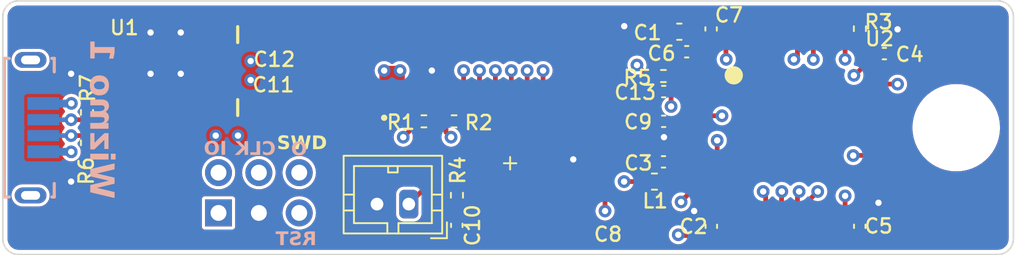
<source format=kicad_pcb>
(kicad_pcb (version 20221018) (generator pcbnew)
  (layers (0 "F.Cu" signal) (1 "In1.Cu" power) (2 "In2.Cu" power) (31 "B.Cu" signal) (34 "B.Paste" user) (35 "F.Paste" user) (36 "B.SilkS" user "B.Silkscreen") (37 "F.SilkS" user "F.Silkscreen") (38 "B.Mask" user) (39 "F.Mask" user) (44 "Edge.Cuts" user))
  (net 0 "")
  (net 1 "VDD")
  (net 2 "Earth")
  (net 3 "VBUS")
  (net 4 "SWDIO")
  (net 5 "SWCLK")
  (net 6 "RESET")
  (net 7 "SWO")
  (net 8 "Net-(J1-Pin_1)")
  (net 9 "Net-(C10-Pad1)")
  (net 10 "BTN")
  (net 11 "IN")
  (net 12 "EFF1")
  (net 13 "EFF2")
  (net 14 "EFF3")
  (net 15 "Net-(J5-CC1)")
  (net 16 "Net-(J5-CC2)")
  (net 18 "VOL")
  (net 19 "LED")
  (net 57 "Net-(U2-PC12)")
  (net 58 "Net-(U2-PA2)")
  (net 59 "Net-(U2-PA1)")
  (net 60 "Net-(U2-BOOT0)")
  (footprint "Capacitor_SMD:CP_Elec_6.3x7.7" (layer "F.Cu") (at 213.9 103.78)
    (fp_text reference "C8" (at 4.186599 2.945299) (layer "F.SilkS") (effects (font (size 0.9 0.9))))
    (fp_text value "270uF" hide)
    (fp_line (start -2.36765 -1.53575) (end -1.58015 -1.53575) (stroke (width 0.12)) (layer "F.SilkS"))
    (fp_line (start -1.9739 -1.9295) (end -1.9739 -1.142) (stroke (width 0.12)) (layer "F.SilkS"))
    (pad "1" smd roundrect (at -2.7 0) (size 3.5 1.6) (layers "F.Cu" "F.Paste" "F.Mask") (roundrect_rratio 0.15625) (net 8 "Net-(J1-Pin_1)"))
    (pad "2" smd roundrect (at 2.7 0) (size 3.5 1.6) (layers "F.Cu" "F.Paste" "F.Mask") (roundrect_rratio 0.15625) (net 58 "Net-(U2-PA2)"))
  )
  (footprint "Resistor_SMD:R_0402_1005Metric" (layer "F.Cu") (at 206.5 99.6 180)
    (fp_text reference "R1" (at 1.44772 -0.06519) (layer "F.SilkS") (effects (font (size 0.9 0.9))))
    (fp_text value "150R" hide)
    (fp_line (start -0.153641 -0.38) (end 0.153641 -0.38) (stroke (width 0.12)) (layer "F.SilkS"))
    (fp_line (start -0.153641 0.38) (end 0.153641 0.38) (stroke (width 0.12)) (layer "F.SilkS"))
    (pad "1" smd roundrect (at -0.51 0 180) (size 0.54 0.64) (layers "F.Cu" "F.Paste" "F.Mask") (net 11 "IN"))
    (pad "2" smd roundrect (at 0.51 0 180) (size 0.54 0.64) (layers "F.Cu" "F.Paste" "F.Mask") (net 1 "VDD"))
  )
  (footprint "Capacitor_SMD:C_0402_1005Metric" (layer "F.Cu") (at 235.478174 95.33)
    (fp_text reference "C4" (at 1.592658 0.051051) (layer "F.SilkS") (effects (font (size 0.9 0.9))))
    (fp_text value "100nF" hide)
    (fp_line (start -0.107836 -0.36) (end 0.107836 -0.36) (stroke (width 0.12)) (layer "F.SilkS"))
    (fp_line (start -0.107836 0.36) (end 0.107836 0.36) (stroke (width 0.12)) (layer "F.SilkS"))
    (pad "1" smd roundrect (at -0.48 0) (size 0.56 0.62) (layers "F.Cu" "F.Paste" "F.Mask") (net 1 "VDD"))
    (pad "2" smd roundrect (at 0.48 0) (size 0.56 0.62) (layers "F.Cu" "F.Paste" "F.Mask") (net 2 "Earth"))
  )
  (footprint "Capacitor_SMD:C_0402_1005Metric" (layer "F.Cu") (at 221.588174 99.6)
    (fp_text reference "C9" (at -1.60751 0.039987) (layer "F.SilkS") (effects (font (size 0.9 0.9))))
    (fp_text value "100nF" hide)
    (fp_line (start -0.107836 -0.36) (end 0.107836 -0.36) (stroke (width 0.12)) (layer "F.SilkS"))
    (fp_line (start -0.107836 0.36) (end 0.107836 0.36) (stroke (width 0.12)) (layer "F.SilkS"))
    (pad "1" smd roundrect (at -0.48 0) (size 0.56 0.62) (layers "F.Cu" "F.Paste" "F.Mask") (net 2 "Earth"))
    (pad "2" smd roundrect (at 0.48 0) (size 0.56 0.62) (layers "F.Cu" "F.Paste" "F.Mask") (net 6 "RESET"))
  )
  (footprint "Package_QFP:LQFP-64_10x10mm_P0.5mm" (layer "F.Cu") (at 229.258174 100)
    (fp_text reference "U2" (at 5.917775 -5.604289) (layer "F.SilkS") (effects (font (size 0.9 0.9))))
    (fp_text value "STM32F303RETx" hide)
    (pad "1" smd roundrect (at -5.675 -3.75) (size 1.55 0.3) (layers "F.Cu" "F.Paste" "F.Mask") (net 1 "VDD"))
    (pad "2" smd roundrect (at -5.675 -3.25) (size 1.55 0.3) (layers "F.Cu" "F.Paste" "F.Mask") (net 10 "BTN"))
    (pad "3" smd roundrect (at -5.675 -2.75) (size 1.55 0.3) (layers "F.Cu" "F.Paste" "F.Mask"))
    (pad "4" smd roundrect (at -5.675 -2.25) (size 1.55 0.3) (layers "F.Cu" "F.Paste" "F.Mask"))
    (pad "5" smd roundrect (at -5.675 -1.75) (size 1.55 0.3) (layers "F.Cu" "F.Paste" "F.Mask"))
    (pad "6" smd roundrect (at -5.675 -1.25) (size 1.55 0.3) (layers "F.Cu" "F.Paste" "F.Mask"))
    (pad "7" smd roundrect (at -5.675 -0.75) (size 1.55 0.3) (layers "F.Cu" "F.Paste" "F.Mask") (net 6 "RESET"))
    (pad "8" smd roundrect (at -5.675 -0.25) (size 1.55 0.3) (layers "F.Cu" "F.Paste" "F.Mask"))
    (pad "9" smd roundrect (at -5.675 0.25) (size 1.55 0.3) (layers "F.Cu" "F.Paste" "F.Mask"))
    (pad "10" smd roundrect (at -5.675 0.75) (size 1.55 0.3) (layers "F.Cu" "F.Paste" "F.Mask"))
    (pad "11" smd roundrect (at -5.675 1.25) (size 1.55 0.3) (layers "F.Cu" "F.Paste" "F.Mask"))
    (pad "12" smd roundrect (at -5.675 1.75) (size 1.55 0.3) (layers "F.Cu" "F.Paste" "F.Mask") (net 2 "Earth"))
    (pad "13" smd roundrect (at -5.675 2.25) (size 1.55 0.3) (layers "F.Cu" "F.Paste" "F.Mask") (net 1 "VDD"))
    (pad "14" smd roundrect (at -5.675 2.75) (size 1.55 0.3) (layers "F.Cu" "F.Paste" "F.Mask") (net 11 "IN"))
    (pad "15" smd roundrect (at -5.675 3.25) (size 1.55 0.3) (layers "F.Cu" "F.Paste" "F.Mask") (net 59 "Net-(U2-PA1)"))
    (pad "16" smd roundrect (at -5.675 3.75) (size 1.55 0.3) (layers "F.Cu" "F.Paste" "F.Mask") (net 58 "Net-(U2-PA2)"))
    (pad "17" smd roundrect (at -3.75 5.675) (size 0.3 1.55) (layers "F.Cu" "F.Paste" "F.Mask"))
    (pad "18" smd roundrect (at -3.25 5.675) (size 0.3 1.55) (layers "F.Cu" "F.Paste" "F.Mask") (net 2 "Earth"))
    (pad "19" smd roundrect (at -2.75 5.675) (size 0.3 1.55) (layers "F.Cu" "F.Paste" "F.Mask") (net 1 "VDD"))
    (pad "20" smd roundrect (at -2.25 5.675) (size 0.3 1.55) (layers "F.Cu" "F.Paste" "F.Mask") (net 59 "Net-(U2-PA1)"))
    (pad "21" smd roundrect (at -1.75 5.675) (size 0.3 1.55) (layers "F.Cu" "F.Paste" "F.Mask"))
    (pad "22" smd roundrect (at -1.25 5.675) (size 0.3 1.55) (layers "F.Cu" "F.Paste" "F.Mask") (net 12 "EFF1"))
    (pad "23" smd roundrect (at -0.75 5.675) (size 0.3 1.55) (layers "F.Cu" "F.Paste" "F.Mask"))
    (pad "24" smd roundrect (at -0.25 5.675) (size 0.3 1.55) (layers "F.Cu" "F.Paste" "F.Mask") (net 13 "EFF2"))
    (pad "25" smd roundrect (at 0.25 5.675) (size 0.3 1.55) (layers "F.Cu" "F.Paste" "F.Mask"))
    (pad "26" smd roundrect (at 0.75 5.675) (size 0.3 1.55) (layers "F.Cu" "F.Paste" "F.Mask") (net 14 "EFF3"))
    (pad "27" smd roundrect (at 1.25 5.675) (size 0.3 1.55) (layers "F.Cu" "F.Paste" "F.Mask") (net 18 "VOL"))
    (pad "28" smd roundrect (at 1.75 5.675) (size 0.3 1.55) (layers "F.Cu" "F.Paste" "F.Mask"))
    (pad "29" smd roundrect (at 2.25 5.675) (size 0.3 1.55) (layers "F.Cu" "F.Paste" "F.Mask"))
    (pad "30" smd roundrect (at 2.75 5.675) (size 0.3 1.55) (layers "F.Cu" "F.Paste" "F.Mask"))
    (pad "31" smd roundrect (at 3.25 5.675) (size 0.3 1.55) (layers "F.Cu" "F.Paste" "F.Mask") (net 2 "Earth"))
    (pad "32" smd roundrect (at 3.75 5.675) (size 0.3 1.55) (layers "F.Cu" "F.Paste" "F.Mask") (net 1 "VDD"))
    (pad "33" smd roundrect (at 5.675 3.75) (size 1.55 0.3) (layers "F.Cu" "F.Paste" "F.Mask"))
    (pad "34" smd roundrect (at 5.675 3.25) (size 1.55 0.3) (layers "F.Cu" "F.Paste" "F.Mask"))
    (pad "35" smd roundrect (at 5.675 2.75) (size 1.55 0.3) (layers "F.Cu" "F.Paste" "F.Mask"))
    (pad "36" smd roundrect (at 5.675 2.25) (size 1.55 0.3) (layers "F.Cu" "F.Paste" "F.Mask"))
    (pad "37" smd roundrect (at 5.675 1.75) (size 1.55 0.3) (layers "F.Cu" "F.Paste" "F.Mask") (net 19 "LED"))
    (pad "38" smd roundrect (at 5.675 1.25) (size 1.55 0.3) (layers "F.Cu" "F.Paste" "F.Mask"))
    (pad "39" smd roundrect (at 5.675 0.75) (size 1.55 0.3) (layers "F.Cu" "F.Paste" "F.Mask"))
    (pad "40" smd roundrect (at 5.675 0.25) (size 1.55 0.3) (layers "F.Cu" "F.Paste" "F.Mask"))
    (pad "41" smd roundrect (at 5.675 -0.25) (size 1.55 0.3) (layers "F.Cu" "F.Paste" "F.Mask"))
    (pad "42" smd roundrect (at 5.675 -0.75) (size 1.55 0.3) (layers "F.Cu" "F.Paste" "F.Mask"))
    (pad "43" smd roundrect (at 5.675 -1.25) (size 1.55 0.3) (layers "F.Cu" "F.Paste" "F.Mask"))
    (pad "44" smd roundrect (at 5.675 -1.75) (size 1.55 0.3) (layers "F.Cu" "F.Paste" "F.Mask"))
    (pad "45" smd roundrect (at 5.675 -2.25) (size 1.55 0.3) (layers "F.Cu" "F.Paste" "F.Mask"))
    (pad "46" smd roundrect (at 5.675 -2.75) (size 1.55 0.3) (layers "F.Cu" "F.Paste" "F.Mask") (net 4 "SWDIO"))
    (pad "47" smd roundrect (at 5.675 -3.25) (size 1.55 0.3) (layers "F.Cu" "F.Paste" "F.Mask") (net 2 "Earth"))
    (pad "48" smd roundrect (at 5.675 -3.75) (size 1.55 0.3) (layers "F.Cu" "F.Paste" "F.Mask") (net 1 "VDD"))
    (pad "49" smd roundrect (at 3.75 -5.675) (size 0.3 1.55) (layers "F.Cu" "F.Paste" "F.Mask") (net 5 "SWCLK"))
    (pad "50" smd roundrect (at 3.25 -5.675) (size 0.3 1.55) (layers "F.Cu" "F.Paste" "F.Mask"))
    (pad "51" smd roundrect (at 2.75 -5.675) (size 0.3 1.55) (layers "F.Cu" "F.Paste" "F.Mask"))
    (pad "52" smd roundrect (at 2.25 -5.675) (size 0.3 1.55) (layers "F.Cu" "F.Paste" "F.Mask"))
    (pad "53" smd roundrect (at 1.75 -5.675) (size 0.3 1.55) (layers "F.Cu" "F.Paste" "F.Mask") (net 57 "Net-(U2-PC12)"))
    (pad "54" smd roundrect (at 1.25 -5.675) (size 0.3 1.55) (layers "F.Cu" "F.Paste" "F.Mask"))
    (pad "55" smd roundrect (at 0.75 -5.675) (size 0.3 1.55) (layers "F.Cu" "F.Paste" "F.Mask") (net 7 "SWO"))
    (pad "56" smd roundrect (at 0.25 -5.675) (size 0.3 1.55) (layers "F.Cu" "F.Paste" "F.Mask"))
    (pad "57" smd roundrect (at -0.25 -5.675) (size 0.3 1.55) (layers "F.Cu" "F.Paste" "F.Mask"))
    (pad "58" smd roundrect (at -0.75 -5.675) (size 0.3 1.55) (layers "F.Cu" "F.Paste" "F.Mask"))
    (pad "59" smd roundrect (at -1.25 -5.675) (size 0.3 1.55) (layers "F.Cu" "F.Paste" "F.Mask"))
    (pad "60" smd roundrect (at -1.75 -5.675) (size 0.3 1.55) (layers "F.Cu" "F.Paste" "F.Mask") (net 60 "Net-(U2-BOOT0)"))
    (pad "61" smd roundrect (at -2.25 -5.675) (size 0.3 1.55) (layers "F.Cu" "F.Paste" "F.Mask"))
    (pad "62" smd roundrect (at -2.75 -5.675) (size 0.3 1.55) (layers "F.Cu" "F.Paste" "F.Mask"))
    (pad "63" smd roundrect (at -3.25 -5.675) (size 0.3 1.55) (layers "F.Cu" "F.Paste" "F.Mask") (net 2 "Earth"))
    (pad "64" smd roundrect (at -3.75 -5.675) (size 0.3 1.55) (layers "F.Cu" "F.Paste" "F.Mask") (net 1 "VDD"))
  )
  (footprint "Capacitor_SMD:C_0402_1005Metric" (layer "F.Cu") (at 208.57 106.16 -90)
    (fp_text reference "C10" (at -0.001676 -0.989013 90) (layer "F.SilkS") (effects (font (size 0.9 0.9))))
    (fp_text value "1uF" hide)
    (fp_line (start -0.107836 -0.36) (end 0.107836 -0.36) (stroke (width 0.12)) (layer "F.SilkS"))
    (fp_line (start -0.107836 0.36) (end 0.107836 0.36) (stroke (width 0.12)) (layer "F.SilkS"))
    (pad "1" smd roundrect (at -0.48 0 270) (size 0.56 0.62) (layers "F.Cu" "F.Paste" "F.Mask") (net 9 "Net-(C10-Pad1)"))
    (pad "2" smd roundrect (at 0.48 0 270) (size 0.56 0.62) (layers "F.Cu" "F.Paste" "F.Mask") (net 2 "Earth"))
  )
  (footprint "Capacitor_Tantalum_SMD:CP_EIA-3216-18_Kemet-A" (layer "F.Cu") (at 197.083759 98.730646)
    (fp_text reference "C11" (at -0.056106 -1.430048) (layer "F.SilkS") (effects (font (size 0.9 0.9))))
    (fp_text value "10uF" hide)
    (fp_line (start -2.3 -0.5) (end -2.3 0.5) (stroke (width 0.2)) (layer "F.SilkS"))
    (pad "1" smd roundrect (at -1.35 0) (size 1.4 1.35) (layers "F.Cu" "F.Paste" "F.Mask") (roundrect_rratio 0.1851851852) (net 3 "VBUS"))
    (pad "2" smd roundrect (at 1.35 0) (size 1.4 1.35) (layers "F.Cu" "F.Paste" "F.Mask") (roundrect_rratio 0.1851851852) (net 2 "Earth"))
  )
  (footprint "Capacitor_SMD:C_0603_1608Metric" (layer "F.Cu") (at 222.575406 93.949407 180)
    (fp_text reference "C1" (at 2.00304 -0.063698) (layer "F.SilkS") (effects (font (size 0.9 0.9))))
    (fp_text value "4.7uF" hide)
    (fp_line (start -0.14058 -0.51) (end 0.14058 -0.51) (stroke (width 0.12)) (layer "F.SilkS"))
    (fp_line (start -0.14058 0.51) (end 0.14058 0.51) (stroke (width 0.12)) (layer "F.SilkS"))
    (pad "1" smd roundrect (at -0.775 0 180) (size 0.9 0.95) (layers "F.Cu" "F.Paste" "F.Mask") (net 1 "VDD"))
    (pad "2" smd roundrect (at 0.775 0 180) (size 0.9 0.95) (layers "F.Cu" "F.Paste" "F.Mask") (net 2 "Earth"))
  )
  (footprint "Capacitor_SMD:C_0402_1005Metric" (layer "F.Cu") (at 224.588174 106.22 90)
    (fp_text reference "C2" (at -0.013529 -1.121836 180) (layer "F.SilkS") (effects (font (size 0.9 0.9))))
    (fp_text value "100nF" hide)
    (fp_line (start -0.107836 -0.36) (end 0.107836 -0.36) (stroke (width 0.12)) (layer "F.SilkS"))
    (fp_line (start -0.107836 0.36) (end 0.107836 0.36) (stroke (width 0.12)) (layer "F.SilkS"))
    (pad "1" smd roundrect (at -0.48 0 90) (size 0.56 0.62) (layers "F.Cu" "F.Paste" "F.Mask") (net 1 "VDD"))
    (pad "2" smd roundrect (at 0.48 0 90) (size 0.56 0.62) (layers "F.Cu" "F.Paste" "F.Mask") (net 2 "Earth"))
  )
  (footprint "Capacitor_Tantalum_SMD:CP_EIA-3216-18_Kemet-A" (layer "F.Cu") (at 197.083841 94.132626)
    (fp_text reference "C12" (at 0.000345 1.56235) (layer "F.SilkS") (effects (font (size 0.9 0.9))))
    (fp_text value "22uF" hide)
    (fp_line (start -2.3 -0.5) (end -2.3 0.5) (stroke (width 0.2)) (layer "F.SilkS"))
    (pad "1" smd roundrect (at -1.35 0) (size 1.4 1.35) (layers "F.Cu" "F.Paste" "F.Mask") (roundrect_rratio 0.1851851852) (net 1 "VDD"))
    (pad "2" smd roundrect (at 1.35 0) (size 1.4 1.35) (layers "F.Cu" "F.Paste" "F.Mask") (roundrect_rratio 0.1851851852) (net 2 "Earth"))
  )
  (footprint "Resistor_SMD:R_0402_1005Metric" (layer "F.Cu") (at 208.4 99.6)
    (fp_text reference "R2" (at 1.549717 0.086276) (layer "F.SilkS") (effects (font (size 0.9 0.9))))
    (fp_text value "220R" hide)
    (fp_line (start -0.153641 -0.38) (end 0.153641 -0.38) (stroke (width 0.12)) (layer "F.SilkS"))
    (fp_line (start -0.153641 0.38) (end 0.153641 0.38) (stroke (width 0.12)) (layer "F.SilkS"))
    (pad "1" smd roundrect (at -0.51 0) (size 0.54 0.64) (layers "F.Cu" "F.Paste" "F.Mask") (net 11 "IN"))
    (pad "2" smd roundrect (at 0.51 0) (size 0.54 0.64) (layers "F.Cu" "F.Paste" "F.Mask") (net 2 "Earth"))
  )
  (footprint "Capacitor_SMD:C_0402_1005Metric" (layer "F.Cu") (at 223.03884 95.212663 180)
    (fp_text reference "C6" (at 1.582195 -0.105806) (layer "F.SilkS") (effects (font (size 0.9 0.9))))
    (fp_text value "10nF" hide)
    (fp_line (start -0.107836 -0.36) (end 0.107836 -0.36) (stroke (width 0.12)) (layer "F.SilkS"))
    (fp_line (start -0.107836 0.36) (end 0.107836 0.36) (stroke (width 0.12)) (layer "F.SilkS"))
    (pad "1" smd roundrect (at -0.48 0 180) (size 0.56 0.62) (layers "F.Cu" "F.Paste" "F.Mask") (net 1 "VDD"))
    (pad "2" smd roundrect (at 0.48 0 180) (size 0.56 0.62) (layers "F.Cu" "F.Paste" "F.Mask") (net 2 "Earth"))
  )
  (footprint "Package_TO_SOT_SMD:SOT-223-3_TabPin2" (layer "F.Cu") (at 190.237633 96.508246 180)
    (fp_text reference "U1" (at 2.589502 2.813022) (layer "F.SilkS") (effects (font (size 0.9 0.9))))
    (fp_text value "AZ1117-3.3" hide)
    (pad "1" smd rect (at -3.15 -2.3 180) (size 2 1.5) (layers "F.Cu" "F.Paste" "F.Mask") (net 3 "VBUS"))
    (pad "2" smd rect (at -3.15 0 180) (size 2 1.5) (layers "F.Cu" "F.Paste" "F.Mask") (net 2 "Earth"))
    (pad "2" smd rect (at 3.15 0 180) (size 2 3.8) (layers "F.Cu" "F.Paste" "F.Mask") (net 2 "Earth"))
    (pad "3" smd rect (at -3.15 2.3 180) (size 2 1.5) (layers "F.Cu" "F.Paste" "F.Mask") (net 1 "VDD"))
  )
  (footprint "Custom:TE_1-1734248-2" (layer "F.Cu") (at 209.5 96.125 180)
    (fp_text reference "J3" hide)
    (fp_text value "TE_Conn_1-1734248-2" hide)
    (fp_circle (center 5.5 -3.25) (end 5.6 -3.25) (stroke (width 0.2)) (fill none) (layer "F.SilkS"))
    (pad "1" smd rect (at 5.5 -1.875 90) (size 1.85 0.6) (layers "F.Cu" "F.Paste" "F.Mask") (net 1 "VDD"))
    (pad "1:1" smd rect (at 5.5 1.875 90) (size 1.65 0.6) (layers "F.Cu" "F.Paste" "F.Mask"))
    (pad "1:2" smd rect (at 4.5 1.875 90) (size 1.65 0.6) (layers "F.Cu" "F.Paste" "F.Mask"))
    (pad "1:3" smd rect (at 3.5 1.875 90) (size 1.65 0.6) (layers "F.Cu" "F.Paste" "F.Mask"))
    (pad "1:4" smd rect (at 2.5 1.875 90) (size 1.65 0.6) (layers "F.Cu" "F.Paste" "F.Mask"))
    (pad "1:5" smd rect (at 1.5 1.875 90) (size 1.65 0.6) (layers "F.Cu" "F.Paste" "F.Mask"))
    (pad "1:6" smd rect (at 0.5 1.875 90) (size 1.65 0.6) (layers "F.Cu" "F.Paste" "F.Mask"))
    (pad "1:7" smd rect (at -0.5 1.875 90) (size 1.65 0.6) (layers "F.Cu" "F.Paste" "F.Mask"))
    (pad "1:8" smd rect (at -1.5 1.875 90) (size 1.65 0.6) (layers "F.Cu" "F.Paste" "F.Mask"))
    (pad "1:9" smd rect (at -2.5 1.875 90) (size 1.65 0.6) (layers "F.Cu" "F.Paste" "F.Mask"))
    (pad "1:10" smd rect (at -3.5 1.875 90) (size 1.65 0.6) (layers "F.Cu" "F.Paste" "F.Mask"))
    (pad "1:11" smd rect (at -4.5 1.875 90) (size 1.65 0.6) (layers "F.Cu" "F.Paste" "F.Mask"))
    (pad "1:12" smd rect (at -5.5 1.875 90) (size 1.65 0.6) (layers "F.Cu" "F.Paste" "F.Mask"))
    (pad "2" smd rect (at 4.5 -1.875 90) (size 1.85 0.6) (layers "F.Cu" "F.Paste" "F.Mask") (net 1 "VDD"))
    (pad "3" smd rect (at 3.5 -1.875 90) (size 1.85 0.6) (layers "F.Cu" "F.Paste" "F.Mask") (net 2 "Earth"))
    (pad "4" smd rect (at 2.5 -1.875 90) (size 1.85 0.6) (layers "F.Cu" "F.Paste" "F.Mask") (net 11 "IN"))
    (pad "5" smd rect (at 1.5 -1.875 90) (size 1.85 0.6) (layers "F.Cu" "F.Paste" "F.Mask") (net 2 "Earth"))
    (pad "6" smd rect (at 0.5 -1.875 90) (size 1.85 0.6) (layers "F.Cu" "F.Paste" "F.Mask") (net 10 "BTN"))
    (pad "7" smd rect (at -0.5 -1.875 270) (size 1.85 0.6) (layers "F.Cu" "F.Paste" "F.Mask") (net 12 "EFF1"))
    (pad "8" smd rect (at -1.5 -1.875 270) (size 1.85 0.6) (layers "F.Cu" "F.Paste" "F.Mask") (net 13 "EFF2"))
    (pad "9" smd rect (at -2.5 -1.875 270) (size 1.85 0.6) (layers "F.Cu" "F.Paste" "F.Mask") (net 14 "EFF3"))
    (pad "10" smd rect (at -3.5 -1.875 270) (size 1.85 0.6) (layers "F.Cu" "F.Paste" "F.Mask") (net 18 "VOL"))
    (pad "11" smd rect (at -4.5 -1.875 270) (size 1.85 0.6) (layers "F.Cu" "F.Paste" "F.Mask") (net 19 "LED"))
    (pad "12" smd rect (at -5.5 -1.875 270) (size 1.85 0.6) (layers "F.Cu" "F.Paste" "F.Mask") (net 2 "Earth"))
  )
  (footprint "Capacitor_SMD:C_0402_1005Metric" (layer "F.Cu") (at 221.592366 97.725228)
    (fp_text reference "C13" (at -1.796207 0.051138) (layer "F.SilkS") (effects (font (size 0.9 0.9))))
    (fp_text value "10nF" hide)
    (fp_line (start -0.107836 -0.36) (end 0.107836 -0.36) (stroke (width 0.12)) (layer "F.SilkS"))
    (fp_line (start -0.107836 0.36) (end 0.107836 0.36) (stroke (width 0.12)) (layer "F.SilkS"))
    (pad "1" smd roundrect (at -0.48 0) (size 0.56 0.62) (layers "F.Cu" "F.Paste" "F.Mask") (net 2 "Earth"))
    (pad "2" smd roundrect (at 0.48 0) (size 0.56 0.62) (layers "F.Cu" "F.Paste" "F.Mask") (net 10 "BTN"))
  )
  (footprint "Resistor_SMD:R_0402_1005Metric" (layer "F.Cu") (at 233.938174 93.76 90)
    (fp_text reference "R3" (at 0.428465 1.175394 180) (layer "F.SilkS") (effects (font (size 0.9 0.9))))
    (fp_text value "0R")
    (fp_line (start -0.153641 -0.38) (end 0.153641 -0.38) (stroke (width 0.12)) (layer "F.SilkS"))
    (fp_line (start -0.153641 0.38) (end 0.153641 0.38) (stroke (width 0.12)) (layer "F.SilkS"))
    (pad "1" smd roundrect (at -0.51 0 90) (size 0.54 0.64) (layers "F.Cu" "F.Paste" "F.Mask") (net 2 "Earth"))
    (pad "2" smd roundrect (at 0.51 0 90) (size 0.54 0.64) (layers "F.Cu" "F.Paste" "F.Mask") (net 60 "Net-(U2-BOOT0)"))
  )
  (footprint "Connector_TE-Connectivity:TE_440054-2_1x02_P2.00mm_Vertical" (layer "F.Cu") (at 205.55 104.82 180)
    (fp_text reference "J1" hide)
    (fp_text value "Conn_01x02_Socket" hide)
    (fp_line (start -2.4 -2.15) (end -2.4 -1.15) (stroke (width 0.12)) (layer "F.SilkS"))
    (fp_line (start -2.4 -2.15) (end -1.4 -2.15) (stroke (width 0.12)) (layer "F.SilkS"))
    (fp_line (start -2.1 -0.4) (end -1.45 -0.4) (stroke (width 0.12)) (layer "F.SilkS"))
    (fp_line (start -2.1 0.6) (end -1.45 0.6) (stroke (width 0.12)) (layer "F.SilkS"))
    (fp_line (start -1.45 -1.2) (end 0.65 -1.2) (stroke (width 0.12)) (layer "F.SilkS"))
    (fp_line (start -1.45 2.4) (end -1.45 -1.2) (stroke (width 0.12)) (layer "F.SilkS"))
    (fp_line (start 0.65 -1.85) (end 0.65 -1.2) (stroke (width 0.12)) (layer "F.SilkS"))
    (fp_line (start 0.7 2) (end 1.3 2) (stroke (width 0.12)) (layer "F.SilkS"))
    (fp_line (start 0.7 2.4) (end 0.7 2) (stroke (width 0.12)) (layer "F.SilkS"))
    (fp_line (start 1.3 2) (end 1.3 2.4) (stroke (width 0.12)) (layer "F.SilkS"))
    (fp_line (start 1.35 -1.85) (end 1.35 -1.2) (stroke (width 0.12)) (layer "F.SilkS"))
    (fp_line (start 3.45 -1.2) (end 1.35 -1.2) (stroke (width 0.12)) (layer "F.SilkS"))
    (fp_line (start 3.45 -1.2) (end 3.45 2.4) (stroke (width 0.12)) (layer "F.SilkS"))
    (fp_line (start 3.45 -0.4) (end 4.1 -0.4) (stroke (width 0.12)) (layer "F.SilkS"))
    (fp_line (start 3.45 0.6) (end 4.1 0.6) (stroke (width 0.12)) (layer "F.SilkS"))
    (fp_line (start 3.45 2.4) (end -1.45 2.4) (stroke (width 0.12)) (layer "F.SilkS"))
    (fp_rect (start -2.1 -1.85) (end 4.1 3.05) (stroke (width 0.12)) (fill none) (layer "F.SilkS"))
    (pad "1" thru_hole roundrect (at 0 0 180) (size 1.2 1.8) (drill 0.8) (layers "*.Cu" "*.Mask") (net 8 "Net-(J1-Pin_1)"))
    (pad "2" thru_hole oval (at 2 0 180) (size 1.2 1.8) (drill 0.8) (layers "*.Cu" "*.Mask") (net 2 "Earth"))
  )
  (footprint "Capacitor_SMD:C_0402_1005Metric" (layer "F.Cu") (at 221.577232 102.15552 180)
    (fp_text reference "C3" (at 1.581908 -0.079165) (layer "F.SilkS") (effects (font (size 0.9 0.9))))
    (fp_text value "100nF" hide)
    (fp_line (start -0.107836 -0.36) (end 0.107836 -0.36) (stroke (width 0.12)) (layer "F.SilkS"))
    (fp_line (start -0.107836 0.36) (end 0.107836 0.36) (stroke (width 0.12)) (layer "F.SilkS"))
    (pad "1" smd roundrect (at -0.48 0 180) (size 0.56 0.62) (layers "F.Cu" "F.Paste" "F.Mask") (net 1 "VDD"))
    (pad "2" smd roundrect (at 0.48 0 180) (size 0.56 0.62) (layers "F.Cu" "F.Paste" "F.Mask") (net 2 "Earth"))
  )
  (footprint "Resistor_SMD:R_0402_1005Metric" (layer "F.Cu") (at 208.58 104.26 -90)
    (fp_text reference "R4" (at -1.575629 -0.056837 -90) (layer "F.SilkS") (effects (font (size 0.9 0.9))))
    (fp_text value "10R" hide)
    (fp_line (start -0.153641 -0.38) (end 0.153641 -0.38) (stroke (width 0.12)) (layer "F.SilkS"))
    (fp_line (start -0.153641 0.38) (end 0.153641 0.38) (stroke (width 0.12)) (layer "F.SilkS"))
    (pad "1" smd roundrect (at -0.51 0 270) (size 0.54 0.64) (layers "F.Cu" "F.Paste" "F.Mask") (net 8 "Net-(J1-Pin_1)"))
    (pad "2" smd roundrect (at 0.51 0 270) (size 0.54 0.64) (layers "F.Cu" "F.Paste" "F.Mask") (net 9 "Net-(C10-Pad1)"))
  )
  (footprint "Resistor_SMD:R_0402_1005Metric" (layer "F.Cu") (at 185.299999 99.039041 90)
    (fp_text reference "R7" (at 1.531628 0.040493 90) (layer "F.SilkS") (effects (font (size 0.9 0.9))))
    (fp_text value "5K1" hide)
    (fp_line (start -0.153641 -0.38) (end 0.153641 -0.38) (stroke (width 0.12)) (layer "F.SilkS"))
    (fp_line (start -0.153641 0.38) (end 0.153641 0.38) (stroke (width 0.12)) (layer "F.SilkS"))
    (pad "1" smd roundrect (at -0.51 0 90) (size 0.54 0.64) (layers "F.Cu" "F.Paste" "F.Mask") (net 15 "Net-(J5-CC1)"))
    (pad "2" smd roundrect (at 0.51 0 90) (size 0.54 0.64) (layers "F.Cu" "F.Paste" "F.Mask") (net 2 "Earth"))
  )
  (footprint "Resistor_SMD:R_0402_1005Metric" (layer "F.Cu") (at 185.299124 100.955033 -90)
    (fp_text reference "R6" (at 1.773643 0.043424 90) (layer "F.SilkS") (effects (font (size 0.9 0.9))))
    (fp_text value "5K1" hide)
    (fp_line (start -0.153641 -0.38) (end 0.153641 -0.38) (stroke (width 0.12)) (layer "F.SilkS"))
    (fp_line (start -0.153641 0.38) (end 0.153641 0.38) (stroke (width 0.12)) (layer "F.SilkS"))
    (pad "1" smd roundrect (at -0.51 0 270) (size 0.54 0.64) (layers "F.Cu" "F.Paste" "F.Mask") (net 16 "Net-(J5-CC2)"))
    (pad "2" smd roundrect (at 0.51 0 270) (size 0.54 0.64) (layers "F.Cu" "F.Paste" "F.Mask") (net 2 "Earth"))
  )
  (footprint "Capacitor_SMD:C_0402_1005Metric" (layer "F.Cu") (at 233.928174 106.22 -90)
    (fp_text reference "C5" (at -0.013945 -1.187188 -180) (layer "F.SilkS") (effects (font (size 0.9 0.9))))
    (fp_text value "100nF" hide)
    (fp_line (start -0.107836 -0.36) (end 0.107836 -0.36) (stroke (width 0.12)) (layer "F.SilkS"))
    (fp_line (start -0.107836 0.36) (end 0.107836 0.36) (stroke (width 0.12)) (layer "F.SilkS"))
    (pad "1" smd roundrect (at -0.48 0 270) (size 0.56 0.62) (layers "F.Cu" "F.Paste" "F.Mask") (net 1 "VDD"))
    (pad "2" smd roundrect (at 0.48 0 270) (size 0.56 0.62) (layers "F.Cu" "F.Paste" "F.Mask") (net 2 "Earth"))
  )
  (footprint "MountingHole:MountingHole_4mm" (layer "F.Cu") (at 240 100)
    (fp_text reference "H1" hide)
    (fp_text value "MountingHole" hide)
    (pad "" np_thru_hole circle (at 0 0) (size 5 5) (drill 5) (layers "F&B.Cu" "*.Mask"))
  )
  (footprint "Resistor_SMD:R_0402_1005Metric" (layer "F.Cu") (at 221.572366 96.745228 180)
    (fp_text reference "R5" (at 1.631628 -0.097569) (layer "F.SilkS") (effects (font (size 0.9 0.9))))
    (fp_text value "4K7" hide)
    (fp_line (start -0.153641 -0.38) (end 0.153641 -0.38) (stroke (width 0.12)) (layer "F.SilkS"))
    (fp_line (start -0.153641 0.38) (end 0.153641 0.38) (stroke (width 0.12)) (layer "F.SilkS"))
    (pad "1" smd roundrect (at -0.51 0 180) (size 0.54 0.64) (layers "F.Cu" "F.Paste" "F.Mask") (net 10 "BTN"))
    (pad "2" smd roundrect (at 0.51 0 180) (size 0.54 0.64) (layers "F.Cu" "F.Paste" "F.Mask") (net 57 "Net-(U2-PC12)"))
  )
  (footprint "Capacitor_SMD:C_0402_1005Metric" (layer "F.Cu") (at 224.574487 93.773674 90)
    (fp_text reference "C7" (at 0.872234 1.118275) (layer "F.SilkS") (effects (font (size 0.9 0.9))))
    (fp_text value "1uF" hide)
    (fp_line (start -0.107836 -0.36) (end 0.107836 -0.36) (stroke (width 0.12)) (layer "F.SilkS"))
    (fp_line (start -0.107836 0.36) (end 0.107836 0.36) (stroke (width 0.12)) (layer "F.SilkS"))
    (pad "1" smd roundrect (at -0.48 0 90) (size 0.56 0.62) (layers "F.Cu" "F.Paste" "F.Mask") (net 1 "VDD"))
    (pad "2" smd roundrect (at 0.48 0 90) (size 0.56 0.62) (layers "F.Cu" "F.Paste" "F.Mask") (net 2 "Earth"))
  )
  (footprint "Inductor_SMD:L_0603_1608Metric" (layer "F.Cu") (at 221.008174 103.4)
    (fp_text reference "L1" (at 0.044229 1.218089) (layer "F.SilkS") (effects (font (size 0.9 0.9))))
    (fp_text value "22uH" hide)
    (fp_line (start -0.162779 -0.51) (end 0.162779 -0.51) (stroke (width 0.12)) (layer "F.SilkS"))
    (fp_line (start -0.162779 0.51) (end 0.162779 0.51) (stroke (width 0.12)) (layer "F.SilkS"))
    (pad "1" smd roundrect (at -0.7875 0) (size 0.875 0.95) (layers "F.Cu" "F.Paste" "F.Mask") (net 11 "IN"))
    (pad "2" smd roundrect (at 0.7875 0) (size 0.875 0.95) (layers "F.Cu" "F.Paste" "F.Mask") (net 11 "IN"))
  )
  (footprint "Connector_PinHeader_2.54mm:PinHeader_2x03_P2.54mm_Vertical" (layer "F.Cu") (at 193.575 105.375 90)
    (fp_text reference "J4" hide)
    (fp_text value "SWD" hide)
    (pad "1" thru_hole rect (at 0 0 90) (size 1.7 1.7) (drill 1) (layers "*.Cu" "*.Mask") (net 1 "VDD"))
    (pad "2" thru_hole oval (at 2.54 0 90) (size 1.7 1.7) (drill 1) (layers "*.Cu" "*.Mask") (net 4 "SWDIO"))
    (pad "3" thru_hole oval (at 0 2.54 90) (size 1.7 1.7) (drill 1) (layers "*.Cu" "*.Mask") (net 2 "Earth"))
    (pad "4" thru_hole oval (at 2.54 2.54 90) (size 1.7 1.7) (drill 1) (layers "*.Cu" "*.Mask") (net 5 "SWCLK"))
    (pad "5" thru_hole oval (at 0 5.08 90) (size 1.7 1.7) (drill 1) (layers "*.Cu" "*.Mask") (net 6 "RESET"))
    (pad "6" thru_hole oval (at 2.54 5.08 90) (size 1.7 1.7) (drill 1) (layers "*.Cu" "*.Mask") (net 7 "SWO"))
  )
  (footprint "Custom:GCT_USB4130-GF-A_REVA" (layer "B.Cu") (at 181.75 100 -90)
    (fp_text reference "J5" hide)
    (fp_text value "USB-C" hide)
    (fp_line (start -4.37 -1.49) (end -3.52 -1.49) (stroke (width 0.2)) (layer "B.SilkS"))
    (fp_line (start -4.37 -1.35) (end -4.37 -1.49) (stroke (width 0.2)) (layer "B.SilkS"))
    (fp_line (start -4.37 1.35) (end -4.37 1.65) (stroke (width 0.2)) (layer "B.SilkS"))
    (fp_line (start -4.37 1.65) (end 4.37 1.65) (stroke (width 0.2)) (layer "B.SilkS"))
    (fp_line (start 3.52 -1.49) (end 4.37 -1.49) (stroke (width 0.2)) (layer "B.SilkS"))
    (fp_line (start 4.37 -1.49) (end 4.37 -1.35) (stroke (width 0.2)) (layer "B.SilkS"))
    (fp_line (start 4.37 1.65) (end 4.37 1.35) (stroke (width 0.2)) (layer "B.SilkS"))
    (pad "A5" smd rect (at -0.5 -0.8 270) (size 0.7 2) (layers "B.Cu" "B.Paste" "B.Mask") (net 15 "Net-(J5-CC1)"))
    (pad "A9" smd rect (at 1.52 -0.8 270) (size 0.8 2) (layers "B.Cu" "B.Paste" "B.Mask") (net 3 "VBUS"))
    (pad "A12" smd rect (at 2.75 -0.8 270) (size 0.9 2) (layers "B.Cu" "B.Paste" "B.Mask") (net 2 "Earth"))
    (pad "B5" smd rect (at 0.5 -0.8 270) (size 0.7 2) (layers "B.Cu" "B.Paste" "B.Mask") (net 16 "Net-(J5-CC2)"))
    (pad "B9" smd rect (at -1.52 -0.8 270) (size 0.8 2) (layers "B.Cu" "B.Paste" "B.Mask") (net 3 "VBUS"))
    (pad "B12" smd rect (at -2.75 -0.8 270) (size 0.9 2) (layers "B.Cu" "B.Paste" "B.Mask") (net 2 "Earth"))
    (pad "S1" thru_hole oval (at 4.27 0 270) (size 1 2) (drill oval 0.55 1.2) (layers "*.Cu" "*.Mask"))
    (pad "S2" thru_hole oval (at -4.27 0 270) (size 1 2) (drill oval 0.55 1.2) (layers "*.Cu" "*.Mask"))
  )
  (gr_circle (center 226 96.7) (end 226.5 96.7) (stroke (width 0.15)) (fill solid) (layer "F.SilkS"))
  (gr_line (start 180 93) (end 180 107) (stroke (width 0.1)) (layer "Edge.Cuts"))
  (gr_arc (start 243.6 107) (mid 243.307107 107.707107) (end 242.6 108) (stroke (width 0.1)) (layer "Edge.Cuts"))
  (gr_line (start 242.6 92) (end 181 92) (stroke (width 0.1)) (layer "Edge.Cuts"))
  (gr_arc (start 180 93) (mid 180.292893 92.292893) (end 181 92) (stroke (width 0.1)) (layer "Edge.Cuts"))
  (gr_arc (start 242.6 92) (mid 243.307107 92.292893) (end 243.6 93) (stroke (width 0.1)) (layer "Edge.Cuts"))
  (gr_arc (start 181 108) (mid 180.292893 107.707107) (end 180 107) (stroke (width 0.1)) (layer "Edge.Cuts"))
  (gr_line (start 243.6 107) (end 243.6 93) (stroke (width 0.1)) (layer "Edge.Cuts"))
  (gr_line (start 181 108) (end 242.6 108) (stroke (width 0.1)) (layer "Edge.Cuts"))
  (gr_text "Wizmo 1" (at 185.25 104.5 270) (layer "B.SilkS") (effects (font (size 1.5 1.5) (thickness 0.3) bold) (justify left bottom mirror)))
  (gr_text "CLK" (at 197.1771 101.863737) (layer "B.SilkS") (effects (font (size 0.85 0.85) (thickness 0.2125) bold) (justify left bottom mirror)))
  (gr_text "O" (at 199.15 101.879689) (layer "B.SilkS") (effects (font (size 0.85 0.85) (thickness 0.2125) bold) (justify left bottom mirror)))
  (gr_text "RST" (at 199.75 107.55) (layer "B.SilkS") (effects (font (size 0.85 0.85) (thickness 0.2125) bold) (justify left bottom mirror)))
  (gr_text "IO" (at 194.1 101.85) (layer "B.SilkS") (effects (font (size 0.85 0.85) (thickness 0.2125) bold) (justify left bottom mirror)))
  (gr_text "SWD" (at 197.25 101.5) (layer "F.SilkS") (effects (font (size 0.85 0.85) (thickness 0.2125) bold) (justify left bottom)))
  (segment (start 233.008174 104.3) (end 233.008174 105.675) (width 0.3) (layer "F.Cu") (net 1))
  (segment (start 222.508174 106.753211) (end 222.554963 106.8) (width 0.3) (layer "F.Cu") (net 1))
  (segment (start 233.558674 96.7) (end 233.607133 96.7) (width 0.3) (layer "F.Cu") (net 1))
  (segment (start 224.459215 102.25) (end 223.583174 102.25) (width 0.3) (layer "F.Cu") (net 1))
  (segment (start 224.688174 106.8) (end 224.588174 106.7) (width 0.3) (layer "F.Cu") (net 1))
  (segment (start 205.99 99.81) (end 205.2 100.6) (width 0.3) (layer "F.Cu") (net 1))
  (segment (start 234.933174 95.395) (end 234.998174 95.33) (width 0.3) (layer "F.Cu") (net 1))
  (segment (start 222.554963 106.8) (end 226.259215 106.8) (width 0.3) (layer "F.Cu") (net 1))
  (segment (start 233.607133 96.7) (end 234.057133 96.25) (width 0.3) (layer "F.Cu") (net 1))
  (segment (start 205.99 99.6) (end 205.99 99.81) (width 0.3) (layer "F.Cu") (net 1))
  (segment (start 224.957674 101.751541) (end 224.459215 102.25) (width 0.3) (layer "F.Cu") (net 1))
  (segment (start 234.057133 96.25) (end 234.933174 96.25) (width 0.3) (layer "F.Cu") (net 1))
  (segment (start 222.151712 102.25) (end 223.583174 102.25) (width 0.3) (layer "F.Cu") (net 1))
  (segment (start 234.933174 96.25) (end 234.933174 95.395) (width 0.3) (layer "F.Cu") (net 1))
  (segment (start 224.957674 100.8005) (end 224.957674 101.751541) (width 0.3) (layer "F.Cu") (net 1))
  (segment (start 233.008174 105.675) (end 233.863174 105.675) (width 0.3) (layer "F.Cu") (net 1))
  (segment (start 226.508174 105.675) (end 226.508174 106.551041) (width 0.3) (layer "F.Cu") (net 1))
  (segment (start 225.527727 95.691826) (end 225.508174 95.672273) (width 0.3) (layer "F.Cu") (net 1))
  (segment (start 222.057232 102.15552) (end 222.151712 102.25) (width 0.3) (layer "F.Cu") (net 1))
  (segment (start 233.863174 105.675) (end 233.928174 105.74) (width 0.3) (layer "F.Cu") (net 1))
  (segment (start 226.508174 106.551041) (end 226.259215 106.8) (width 0.3) (layer "F.Cu") (net 1))
  (segment (start 226.259215 106.8) (end 224.688174 106.8) (width 0.3) (layer "F.Cu") (net 1))
  (segment (start 225.508174 95.672273) (end 225.508174 94.325) (width 0.3) (layer "F.Cu") (net 1))
  (via (at 225.527727 95.691826) (size 0.8) (drill 0.4) (layers "F.Cu" "B.Cu") (net 1))
  (via (at 205 96.4) (size 0.8) (drill 0.4) (layers "F.Cu" "B.Cu") (net 1))
  (via (at 233.008174 104.3) (size 0.8) (drill 0.4) (layers "F.Cu" "B.Cu") (net 1))
  (via (at 233.558674 96.7) (size 0.8) (drill 0.4) (layers "F.Cu" "B.Cu") (net 1))
  (via (at 222.508174 106.753211) (size 0.8) (drill 0.4) (layers "F.Cu" "B.Cu") (net 1))
  (via (at 205.2 100.6) (size 0.8) (drill 0.4) (layers "F.Cu" "B.Cu") (net 1))
  (via (at 195.6 97) (size 0.8) (drill 0.4) (layers "F.Cu" "B.Cu") (net 1))
  (via (at 195.6 95.8) (size 0.8) (drill 0.4) (layers "F.Cu" "B.Cu") (net 1))
  (via (at 224.957674 100.8005) (size 0.8) (drill 0.4) (layers "F.Cu" "B.Cu") (net 1))
  (via (at 204 96.4) (size 0.8) (drill 0.4) (layers "F.Cu" "B.Cu") (net 1))
  (via (at 223.508174 105.254211) (size 0.8) (drill 0.4) (layers "F.Cu" "B.Cu") (net 2))
  (via (at 235.107113 104.735745) (size 0.8) (drill 0.4) (layers "F.Cu" "B.Cu") (net 2))
  (via (at 191.2 96.6) (size 0.8) (drill 0.4) (layers "F.Cu" "B.Cu") (net 2))
  (via (at 236.308174 93.8) (size 0.8) (drill 0.4) (layers "F.Cu" "B.Cu") (net 2))
  (via (at 215.9 102) (size 0.8) (drill 0.4) (layers "F.Cu" "B.Cu") (net 2))
  (via (at 189.3 96.6) (size 0.8) (drill 0.4) (layers "F.Cu" "B.Cu") (net 2))
  (via (at 184.3 103.4) (size 0.8) (drill 0.4) (layers "F.Cu" "B.Cu") (net 2))
  (via (at 191.2 94) (size 0.8) (drill 0.4) (layers "F.Cu" "B.Cu") (net 2))
  (via (at 189.3 94) (size 0.8) (drill 0.4) (layers "F.Cu" "B.Cu") (net 2))
  (via (at 184.3 96.6) (size 0.8) (drill 0.4) (layers "F.Cu" "B.Cu") (net 2))
  (via (at 207 96.4) (size 0.8) (drill 0.4) (layers "F.Cu" "B.Cu") (net 2))
  (via (at 221.608174 100.6) (size 0.8) (drill 0.4) (layers "F.Cu" "B.Cu") (net 2))
  (via (at 219.108174 93.6) (size 0.8) (drill 0.4) (layers "F.Cu" "B.Cu") (net 2))
  (via (at 193.4 100.5) (size 0.8) (drill 0.4) (layers "F.Cu" "B.Cu") (net 3))
  (via (at 184.307423 101.525007) (size 0.8) (drill 0.4) (layers "F.Cu" "B.Cu") (net 3))
  (via (at 194.8 100.5) (size 0.8) (drill 0.4) (layers "F.Cu" "B.Cu") (net 3))
  (via (at 184.315844 98.467928) (size 0.8) (drill 0.4) (layers "F.Cu" "B.Cu") (net 3))
  (segment (start 182.55 101.52) (end 184.302416 101.52) (width 0.5) (layer "B.Cu") (net 3))
  (segment (start 182.55 98.48) (end 184.303772 98.48) (width 0.5) (layer "B.Cu") (net 3))
  (segment (start 184.303772 98.48) (end 184.315844 98.467928) (width 0.5) (layer "B.Cu") (net 3))
  (segment (start 184.302416 101.52) (end 184.307423 101.525007) (width 0.5) (layer "B.Cu") (net 3))
  (segment (start 236.303174 97.25) (end 234.933174 97.25) (width 0.3) (layer "F.Cu") (net 4))
  (segment (start 236.308174 97.255) (end 236.303174 97.25) (width 0.3) (layer "F.Cu") (net 4))
  (via (at 236.308174 97.255) (size 0.8) (drill 0.4) (layers "F.Cu" "B.Cu") (net 4))
  (segment (start 233.008174 95.691826) (end 233.008174 94.325) (width 0.3) (layer "F.Cu") (net 5))
  (via (at 233.008174 95.691826) (size 0.8) (drill 0.4) (layers "F.Cu" "B.Cu") (net 5))
  (segment (start 225.258174 99.25) (end 223.583174 99.25) (width 0.3) (layer "F.Cu") (net 6))
  (segment (start 222.357133 99.6) (end 222.068174 99.6) (width 0.3) (layer "F.Cu") (net 6))
  (segment (start 222.707133 99.25) (end 222.357133 99.6) (width 0.3) (layer "F.Cu") (net 6))
  (segment (start 223.583174 99.25) (end 222.707133 99.25) (width 0.3) (layer "F.Cu") (net 6))
  (via (at 225.258174 99.25) (size 0.8) (drill 0.4) (layers "F.Cu" "B.Cu") (net 6))
  (segment (start 229.784107 95.691826) (end 230.008174 95.467759) (width 0.3) (layer "F.Cu") (net 7))
  (segment (start 230.008174 95.467759) (end 230.008174 94.325) (width 0.3) (layer "F.Cu") (net 7))
  (via (at 229.784107 95.691826) (size 0.8) (drill 0.4) (layers "F.Cu" "B.Cu") (net 7))
  (segment (start 208.58 103.75) (end 206.62 103.75) (width 0.3) (layer "F.Cu") (net 8))
  (segment (start 206.62 103.75) (end 205.55 104.82) (width 0.3) (layer "F.Cu") (net 8))
  (segment (start 211.2 103.78) (end 208.61 103.78) (width 0.3) (layer "F.Cu") (net 8))
  (segment (start 209.51 103.78) (end 209.48 103.75) (width 0.3) (layer "F.Cu") (net 8))
  (segment (start 208.58 104.77) (end 208.58 105.67) (width 0.3) (layer "F.Cu") (net 9))
  (segment (start 222.087138 96.75) (end 222.082366 96.745228) (width 0.3) (layer "F.Cu") (net 10))
  (segment (start 222.082366 96.745228) (end 222.082366 97.715228) (width 0.3) (layer "F.Cu") (net 10))
  (segment (start 222.082366 97.715228) (end 222.072366 97.725228) (width 0.3) (layer "F.Cu") (net 10))
  (segment (start 209 98) (end 209 96.4) (width 0.3) (layer "F.Cu") (net 10))
  (segment (start 222.055522 98.663444) (end 222.055522 97.785037) (width 0.3) (layer "F.Cu") (net 10))
  (segment (start 222.072366 97.768193) (end 222.072366 97.725228) (width 0.3) (layer "F.Cu") (net 10))
  (segment (start 222.055522 97.785037) (end 222.072366 97.768193) (width 0.3) (layer "F.Cu") (net 10))
  (segment (start 223.583174 96.75) (end 222.087138 96.75) (width 0.3) (layer "F.Cu") (net 10))
  (via (at 222.055522 98.663444) (size 0.8) (drill 0.4) (layers "F.Cu" "B.Cu") (net 10))
  (via (at 209 96.4) (size 0.8) (drill 0.4) (layers "F.Cu" "B.Cu") (net 10))
  (segment (start 207.89 100.278788) (end 207.89 99.6) (width 0.3) (layer "F.Cu") (net 11))
  (segment (start 222.008174 103.4) (end 222.658174 102.75) (width 0.3) (layer "F.Cu") (net 11))
  (segment (start 207 99.59) (end 207.01 99.6) (width 0.3) (layer "F.Cu") (net 11))
  (segment (start 219.1 103.4) (end 222.008174 103.4) (width 0.3) (layer "F.Cu") (net 11))
  (segment (start 222.658174 102.75) (end 223.583174 102.75) (width 0.3) (layer "F.Cu") (net 11))
  (segment (start 208.209801 100.598589) (end 207.89 100.278788) (width 0.3) (layer "F.Cu") (net 11))
  (segment (start 207.89 99.6) (end 207.01 99.6) (width 0.3) (layer "F.Cu") (net 11))
  (segment (start 207 98) (end 207 99.59) (width 0.3) (layer "F.Cu") (net 11))
  (via (at 208.209801 100.598589) (size 0.8) (drill 0.4) (layers "F.Cu" "B.Cu") (net 11))
  (via (at 219.1 103.4) (size 0.8) (drill 0.4) (layers "F.Cu" "B.Cu") (net 11))
  (segment (start 228.008174 104.180349) (end 227.851219 104.023394) (width 0.3) (layer "F.Cu") (net 12))
  (segment (start 210 96.4) (end 210 98) (width 0.3) (layer "F.Cu") (net 12))
  (segment (start 228.008174 105.675) (end 228.008174 104.180349) (width 0.3) (layer "F.Cu") (net 12))
  (via (at 210 96.4) (size 0.8) (drill 0.4) (layers "F.Cu" "B.Cu") (net 12))
  (via (at 227.851219 104.023394) (size 0.8) (drill 0.4) (layers "F.Cu" "B.Cu") (net 12))
  (segment (start 229.008174 105.675) (end 229.008174 104.043419) (width 0.3) (layer "F.Cu") (net 13))
  (segment (start 211 96.4) (end 211 98) (width 0.3) (layer "F.Cu") (net 13))
  (via (at 229.024042 104.024419) (size 0.8) (drill 0.4) (layers "F.Cu" "B.Cu") (net 13))
  (via (at 211 96.4) (size 0.8) (drill 0.4) (layers "F.Cu" "B.Cu") (net 13))
  (segment (start 212 96.4) (end 212 98) (width 0.3) (layer "F.Cu") (net 14))
  (segment (start 230.008174 105.675) (end 230.008174 104.064503) (width 0.3) (layer "F.Cu") (net 14))
  (via (at 212 96.4) (size 0.8) (drill 0.4) (layers "F.Cu" "B.Cu") (net 14))
  (via (at 230.113053 104.024249) (size 0.8) (drill 0.4) (layers "F.Cu" "B.Cu") (net 14))
  (segment (start 184.3 99.5) (end 185.250958 99.5) (width 0.3) (layer "F.Cu") (net 15))
  (segment (start 185.250958 99.5) (end 185.299999 99.549041) (width 0.3) (layer "F.Cu") (net 15))
  (via (at 184.3 99.5) (size 0.8) (drill 0.4) (layers "F.Cu" "B.Cu") (net 15))
  (segment (start 184.3 99.5) (end 182.55 99.5) (width 0.3) (layer "B.Cu") (net 15))
  (segment (start 184.3 100.499503) (end 185.244654 100.499503) (width 0.3) (layer "F.Cu") (net 16))
  (segment (start 185.244654 100.499503) (end 185.299124 100.445033) (width 0.3) (layer "F.Cu") (net 16))
  (via (at 184.3 100.499503) (size 0.8) (drill 0.4) (layers "F.Cu" "B.Cu") (net 16))
  (segment (start 184.3 100.499503) (end 182.550497 100.499503) (width 0.3) (layer "B.Cu") (net 16))
  (segment (start 182.550497 100.499503) (end 182.55 100.5) (width 0.3) (layer "B.Cu") (net 16))
  (segment (start 231.283177 104.023955) (end 230.508174 104.798959) (width 0.3) (layer "F.Cu") (net 18))
  (segment (start 213 96.4) (end 213 98) (width 0.3) (layer "F.Cu") (net 18))
  (segment (start 230.508174 104.798959) (end 230.508174 105.675) (width 0.3) (layer "F.Cu") (net 18))
  (via (at 231.283177 104.023955) (size 0.8) (drill 0.4) (layers "F.Cu" "B.Cu") (net 18))
  (via (at 213 96.4) (size 0.8) (drill 0.4) (layers "F.Cu" "B.Cu") (net 18))
  (segment (start 214 96.4) (end 214 98) (width 0.3) (layer "F.Cu") (net 19))
  (segment (start 233.524424 101.75) (end 233.516533 101.757891) (width 0.3) (layer "F.Cu") (net 19))
  (segment (start 234.933174 101.75) (end 233.524424 101.75) (width 0.3) (layer "F.Cu") (net 19))
  (via (at 233.516533 101.757891) (size 0.8) (drill 0.4) (layers "F.Cu" "B.Cu") (net 19))
  (via (at 214 96.4) (size 0.8) (drill 0.4) (layers "F.Cu" "B.Cu") (net 19))
  (segment (start 220.603902 96.745228) (end 221.062366 96.745228) (width 0.3) (layer "F.Cu") (net 57))
  (segment (start 231.008174 94.325) (end 231.008174 95.7) (width 0.3) (layer "F.Cu") (net 57))
  (segment (start 219.908174 96.0495) (end 220.603902 96.745228) (width 0.3) (layer "F.Cu") (net 57))
  (via (at 219.908174 96.0495) (size 0.8) (drill 0.4) (layers "F.Cu" "B.Cu") (net 57))
  (via (at 231.008174 95.7) (size 0.8) (drill 0.4) (layers "F.Cu" "B.Cu") (net 57))
  (segment (start 217.88 103.78) (end 217.5 103.78) (width 0.3) (layer "F.Cu") (net 58))
  (segment (start 217.9 105.254211) (end 217.9 103.8) (width 0.3) (layer "F.Cu") (net 58))
  (segment (start 222.686566 104.685031) (end 222.686566 104.646608) (width 0.3) (layer "F.Cu") (net 58))
  (segment (start 217.9 103.8) (end 217.88 103.78) (width 0.3) (layer "F.Cu") (net 58))
  (segment (start 222.686566 104.646608) (end 223.583174 103.75) (width 0.3) (layer "F.Cu") (net 58))
  (via (at 217.9 105.254211) (size 0.8) (drill 0.4) (layers "F.Cu" "B.Cu") (net 58))
  (via (at 222.686566 104.685031) (size 0.8) (drill 0.4) (layers "F.Cu" "B.Cu") (net 58))
  (segment (start 225.459215 103.25) (end 227.008174 104.798959) (width 0.3) (layer "F.Cu") (net 59))
  (segment (start 223.583174 103.25) (end 225.459215 103.25) (width 0.3) (layer "F.Cu") (net 59))
  (segment (start 227.008174 104.798959) (end 227.008174 105.675) (width 0.3) (layer "F.Cu") (net 59))
  (segment (start 227.508174 93.35) (end 227.658174 93.2) (width 0.3) (layer "F.Cu") (net 60))
  (segment (start 227.508174 94.325) (end 227.508174 93.35) (width 0.3) (layer "F.Cu") (net 60))
  (segment (start 227.658174 93.2) (end 233.888174 93.2) (width 0.3) (layer "F.Cu") (net 60))
  (segment (start 233.888174 93.2) (end 233.938174 93.25) (width 0.3) (layer "F.Cu") (net 60))
  (zone (net 2) (net_name "Earth") (layer "F.Cu") (name "DGND") (connect_pads yes (clearance 0.2)) (min_thickness 0.25) (fill yes (thermal_gap 0.5) (thermal_bridge_width 0.5) (smoothing fillet) (radius 0.25))
    (polygon (pts (xy 243.6 92) (xy 243.6 108) (xy 180 108) (xy 180 92)))
  )
  (zone (net 1) (net_name "VDD") (layer "F.Cu") (priority 7) (connect_pads yes (clearance 0.2)) (min_thickness 0.25) (fill yes (thermal_gap 0.5) (thermal_bridge_width 0.5) (smoothing fillet) (radius 0.25))
    (polygon (pts (xy 222.899378 94.427636) (xy 222.899378 93.473177) (xy 223.792079 93.473177) (xy 224.25808 93.96725) (xy 225.355021 93.962757) (xy 225.356892 93.547287) (xy 225.668495 93.547287) (xy 225.660073 96.385401) (xy 222.813057 96.400655) (xy 222.812769 96.099601) (xy 223.235473 96.1) (xy 223.233314 94.90287)))
  )
  (zone (net 1) (net_name "VDD") (layer "F.Cu") (priority 5) (connect_pads yes (clearance 0.2)) (min_thickness 0.25) (fill yes (thermal_gap 0.5) (thermal_bridge_width 0.5) (smoothing fillet) (radius 0.25))
    (polygon (pts (xy 192.387468 93.460202) (xy 192.385215 95.5597) (xy 194.599626 95.560075) (xy 194.6 97.7) (xy 196.421309 97.692502) (xy 196.437707 93.453421)))
  )
  (zone (net 3) (net_name "VBUS") (layer "F.Cu") (name "ASIG_PWR") (priority 4) (connect_pads yes (clearance 0.2)) (min_thickness 0.25) (fill yes (thermal_gap 0.5) (thermal_bridge_width 0.5) (smoothing fillet) (radius 0.25))
    (polygon (pts (xy 192.387337 98.058898) (xy 192.386692 101.302218) (xy 196.426205 101.295098) (xy 196.433841 98.054987)))
  )
  (zone (net 0) (net_name "") (layer "F.Cu") (connect_pads yes (clearance 0)) (min_thickness 0.25)
    (keepout (tracks allowed) (vias allowed) (pads allowed) (copperpour not_allowed) (footprints allowed))
    (fill (thermal_gap 0.5) (thermal_bridge_width 0.5))
    (polygon (pts (xy 224.250656 96.006362) (xy 224.258033 103.300051) (xy 225.408174 103.3) (xy 226.908174 104.791198) (xy 226.908174 104.992969) (xy 234.253276 104.998336) (xy 234.257893 95.002682) (xy 225.25415 95.00106)))
  )
  (zone (net 1) (net_name "VDD") (layer "F.Cu") (name "AGND") (priority 6) (connect_pads yes (clearance 0.2)) (min_thickness 0.25) (fill yes (thermal_gap 0.5) (thermal_bridge_width 0.5) (smoothing fillet) (radius 0.25))
    (polygon (pts (xy 203.700187 98.92227) (xy 203.7 96.1) (xy 205.3 96.1) (xy 205.3 98.92514)))
  )
  (zone (net 2) (net_name "Earth") (layer "B.Cu") (name "AGND") (connect_pads yes (clearance 0.2)) (min_thickness 0.25) (fill yes (thermal_gap 0.5) (thermal_bridge_width 0.5) (smoothing fillet) (radius 0.25))
    (polygon (pts (xy 180 92) (xy 180 108) (xy 243.6 108) (xy 243.6 92)))
  )
)
</source>
